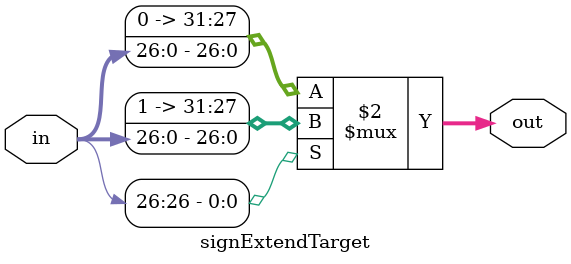
<source format=v>
module signExtendTarget (in, out);
  input [26:0] in;
  output [31:0] out;

  assign out = (in[26] == 1) ? {5'b11111, in} : {5'b00000, in};
endmodule
</source>
